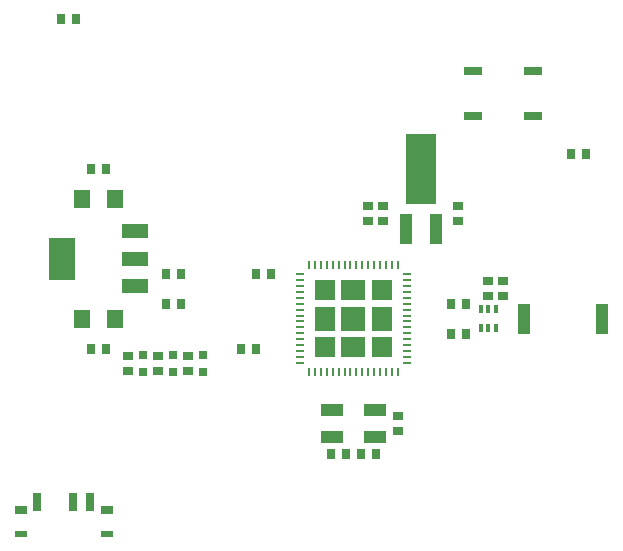
<source format=gbr>
G04 EAGLE Gerber RS-274X export*
G75*
%MOMM*%
%FSLAX34Y34*%
%LPD*%
%INSolderpaste Top*%
%IPPOS*%
%AMOC8*
5,1,8,0,0,1.08239X$1,22.5*%
G01*
%ADD10R,0.280000X0.800000*%
%ADD11R,0.800000X0.280000*%
%ADD12R,1.800000X1.800000*%
%ADD13R,1.800000X2.000000*%
%ADD14R,2.000000X1.800000*%
%ADD15R,2.000000X2.000000*%
%ADD16R,0.900000X0.700000*%
%ADD17R,0.700000X0.900000*%
%ADD18R,1.900000X1.100000*%
%ADD19R,1.000000X2.500000*%
%ADD20R,2.500000X6.000000*%
%ADD21R,0.350000X0.800000*%
%ADD22R,1.524000X0.762000*%
%ADD23R,1.400000X1.600000*%
%ADD24R,0.800000X0.800000*%
%ADD25R,2.235200X1.219200*%
%ADD26R,2.200000X3.600000*%
%ADD27R,0.700000X1.500000*%
%ADD28R,1.000000X0.600000*%
%ADD29R,1.000000X0.800000*%
%ADD30R,1.016000X2.540000*%


D10*
X335400Y235500D03*
X340400Y235500D03*
X345400Y235500D03*
X330400Y235500D03*
X325400Y235500D03*
X350400Y235500D03*
X355400Y235500D03*
X360400Y235500D03*
D11*
X387900Y178000D03*
X387900Y173000D03*
X387900Y168000D03*
X387900Y183000D03*
X387900Y188000D03*
X387900Y163000D03*
X387900Y158000D03*
X387900Y193000D03*
X387900Y198000D03*
X387900Y153000D03*
X387900Y228000D03*
X387900Y223000D03*
X387900Y218000D03*
D10*
X380400Y235500D03*
X375400Y235500D03*
D11*
X387900Y213000D03*
X387900Y208000D03*
D10*
X370400Y235500D03*
X365400Y235500D03*
D11*
X387900Y203000D03*
D10*
X320400Y235500D03*
X315400Y235500D03*
X310400Y235500D03*
X305400Y235500D03*
D11*
X297900Y228000D03*
X297900Y223000D03*
X297900Y218000D03*
X297900Y213000D03*
X297900Y208000D03*
X297900Y203000D03*
X297900Y198000D03*
X297900Y193000D03*
X297900Y188000D03*
X297900Y183000D03*
X297900Y178000D03*
X297900Y173000D03*
X297900Y168000D03*
X297900Y163000D03*
X297900Y158000D03*
X297900Y153000D03*
D10*
X305400Y145500D03*
X310400Y145500D03*
X315400Y145500D03*
X320400Y145500D03*
X325400Y145500D03*
X330400Y145500D03*
X335400Y145500D03*
X340400Y145500D03*
X345400Y145500D03*
X350400Y145500D03*
X355400Y145500D03*
X360400Y145500D03*
X365400Y145500D03*
X370400Y145500D03*
X375400Y145500D03*
X380400Y145500D03*
D12*
X366900Y214500D03*
X366900Y166500D03*
X318900Y214500D03*
X318900Y166500D03*
D13*
X366900Y190500D03*
X318900Y190500D03*
D14*
X342900Y214500D03*
X342900Y166500D03*
D15*
X342900Y190500D03*
D16*
X381000Y108100D03*
X381000Y95100D03*
X355600Y272900D03*
X355600Y285900D03*
D17*
X260500Y165100D03*
X247500Y165100D03*
X273200Y228600D03*
X260200Y228600D03*
D18*
X324400Y90100D03*
X361400Y113100D03*
X324400Y113100D03*
X361400Y90100D03*
D17*
X349100Y76200D03*
X362100Y76200D03*
X336700Y76200D03*
X323700Y76200D03*
D19*
X387350Y266700D03*
X412750Y266700D03*
D20*
X400050Y317500D03*
D16*
X368300Y272900D03*
X368300Y285900D03*
X431800Y272900D03*
X431800Y285900D03*
D21*
X463700Y198500D03*
X457200Y198500D03*
X450700Y198500D03*
X463700Y182500D03*
X457200Y182500D03*
X450700Y182500D03*
D16*
X457200Y209400D03*
X457200Y222400D03*
D17*
X526900Y330200D03*
X539900Y330200D03*
D22*
X495300Y361950D03*
X444500Y361950D03*
X495300Y400050D03*
X444500Y400050D03*
D17*
X133500Y165100D03*
X120500Y165100D03*
X133500Y317500D03*
X120500Y317500D03*
D23*
X113000Y292100D03*
X141000Y292100D03*
D17*
X95100Y444500D03*
X108100Y444500D03*
D24*
X165100Y159900D03*
X165100Y144900D03*
D16*
X152400Y145900D03*
X152400Y158900D03*
D24*
X215900Y159900D03*
X215900Y144900D03*
D16*
X469900Y222400D03*
X469900Y209400D03*
D25*
X157988Y218186D03*
X157988Y241300D03*
X157988Y264414D03*
D26*
X96010Y241300D03*
D17*
X197000Y228600D03*
X184000Y228600D03*
X197000Y203200D03*
X184000Y203200D03*
D23*
X113000Y190500D03*
X141000Y190500D03*
D27*
X120290Y35280D03*
X105290Y35280D03*
X75290Y35280D03*
D28*
X134290Y7780D03*
D29*
X134290Y28780D03*
D28*
X61290Y7780D03*
D29*
X61290Y28780D03*
D17*
X425300Y177800D03*
X438300Y177800D03*
X438300Y203200D03*
X425300Y203200D03*
D24*
X190500Y159900D03*
X190500Y144900D03*
D16*
X177800Y145900D03*
X177800Y158900D03*
X203200Y145900D03*
X203200Y158900D03*
D30*
X487680Y190500D03*
X553720Y190500D03*
M02*

</source>
